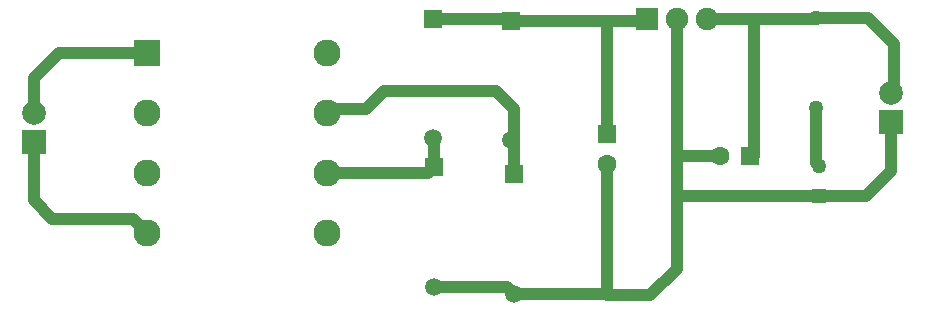
<source format=gbr>
G04 DipTrace 3.0.0.1*
G04 Bottom.gbr*
%MOIN*%
G04 #@! TF.FileFunction,Copper,L2,Bot*
G04 #@! TF.Part,Single*
G04 #@! TA.AperFunction,Conductor*
%ADD14C,0.03937*%
G04 #@! TA.AperFunction,ComponentPad*
%ADD15C,0.062992*%
%ADD16R,0.062992X0.062992*%
%ADD17R,0.059055X0.059055*%
%ADD18C,0.059055*%
%ADD19C,0.05*%
%ADD20R,0.05X0.05*%
%ADD22R,0.07874X0.07874*%
%ADD23C,0.07874*%
%ADD24C,0.05*%
%ADD26R,0.09X0.09*%
%ADD27C,0.09*%
%ADD28R,0.074803X0.074803*%
%ADD29C,0.074803*%
%FSLAX26Y26*%
G04*
G70*
G90*
G75*
G01*
G04 Bottom*
%LPD*%
X585039Y1051181D2*
D14*
Y857874D1*
X646457Y796457D1*
X914990D1*
X963021Y748425D1*
X585039Y1148425D2*
Y1264961D1*
X669685Y1349606D1*
X961840D1*
X963021Y1348425D1*
X1563021Y948425D2*
X1899606D1*
X1917717Y966535D1*
Y1063780D1*
X1916535Y1064961D1*
X1563021Y1148425D2*
Y1162992D1*
X1693307D1*
X1751575Y1221260D1*
X2124803D1*
X2184252Y1161811D1*
Y943307D1*
Y1050000D1*
X2175591Y1058661D1*
X1916535Y1462598D2*
X2169291D1*
X2175591Y1456299D1*
X2494882D1*
Y1079528D1*
Y1440551D1*
X2509449Y1455118D1*
X2628346D1*
Y1462205D1*
X2828346D2*
X2985039D1*
Y1006299D1*
X2972835D1*
X3192520Y1464567D2*
Y1462205D1*
X2985039D1*
X3192520Y1464567D2*
X3364567D1*
X3450787Y1378346D1*
Y1223228D1*
X3443307Y1215748D1*
X3192520Y1164567D2*
Y980315D1*
X3201575Y971260D1*
X1917717Y568898D2*
X2161024D1*
X2184252Y545669D1*
X2494882D1*
Y979528D1*
Y540945D1*
X2639764D1*
X2728346Y629528D1*
Y859858D1*
Y1006299D1*
Y1462205D1*
X2872835Y1006299D2*
X2728346D1*
X3201575Y871260D2*
X2739748D1*
X2728346Y859858D1*
X3443307Y1118504D2*
Y954724D1*
X3359843Y871260D1*
X3201575D1*
D15*
X2494882Y979528D3*
D16*
Y1079528D3*
D15*
X2872835Y1006299D3*
D16*
X2972835D3*
D17*
X1916535Y1462598D3*
D18*
Y1064961D3*
D17*
X1917717Y966535D3*
D18*
Y568898D3*
D17*
X2175591Y1456299D3*
D18*
Y1058661D3*
D17*
X2184252Y943307D3*
D18*
Y545669D3*
D19*
X3201575Y971260D3*
D20*
Y871260D3*
D22*
X585039Y1051181D3*
D23*
Y1148425D3*
D19*
X3192520Y1464567D3*
D24*
Y1164567D3*
D26*
X963021Y1348425D3*
D27*
Y1148425D3*
Y948425D3*
Y748425D3*
X1563021D3*
Y948425D3*
Y1148425D3*
Y1348425D3*
D28*
X2628346Y1462205D3*
D29*
X2728346D3*
X2828346D3*
D22*
X3443307Y1118504D3*
D23*
Y1215748D3*
M02*

</source>
